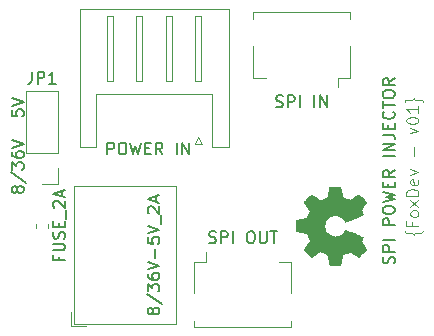
<source format=gbr>
%TF.GenerationSoftware,KiCad,Pcbnew,9.0.3*%
%TF.CreationDate,2025-07-21T23:12:44+12:00*%
%TF.ProjectId,SPI-POWER-INJECTOR,5350492d-504f-4574-9552-2d494e4a4543,rev?*%
%TF.SameCoordinates,Original*%
%TF.FileFunction,Legend,Top*%
%TF.FilePolarity,Positive*%
%FSLAX46Y46*%
G04 Gerber Fmt 4.6, Leading zero omitted, Abs format (unit mm)*
G04 Created by KiCad (PCBNEW 9.0.3) date 2025-07-21 23:12:44*
%MOMM*%
%LPD*%
G01*
G04 APERTURE LIST*
%ADD10C,0.200000*%
%ADD11C,0.150000*%
%ADD12C,0.100000*%
%ADD13C,0.010000*%
%ADD14C,0.120000*%
G04 APERTURE END LIST*
D10*
X167319600Y-97177945D02*
X167367219Y-97035088D01*
X167367219Y-97035088D02*
X167367219Y-96796993D01*
X167367219Y-96796993D02*
X167319600Y-96701755D01*
X167319600Y-96701755D02*
X167271980Y-96654136D01*
X167271980Y-96654136D02*
X167176742Y-96606517D01*
X167176742Y-96606517D02*
X167081504Y-96606517D01*
X167081504Y-96606517D02*
X166986266Y-96654136D01*
X166986266Y-96654136D02*
X166938647Y-96701755D01*
X166938647Y-96701755D02*
X166891028Y-96796993D01*
X166891028Y-96796993D02*
X166843409Y-96987469D01*
X166843409Y-96987469D02*
X166795790Y-97082707D01*
X166795790Y-97082707D02*
X166748171Y-97130326D01*
X166748171Y-97130326D02*
X166652933Y-97177945D01*
X166652933Y-97177945D02*
X166557695Y-97177945D01*
X166557695Y-97177945D02*
X166462457Y-97130326D01*
X166462457Y-97130326D02*
X166414838Y-97082707D01*
X166414838Y-97082707D02*
X166367219Y-96987469D01*
X166367219Y-96987469D02*
X166367219Y-96749374D01*
X166367219Y-96749374D02*
X166414838Y-96606517D01*
X167367219Y-96177945D02*
X166367219Y-96177945D01*
X166367219Y-96177945D02*
X166367219Y-95796993D01*
X166367219Y-95796993D02*
X166414838Y-95701755D01*
X166414838Y-95701755D02*
X166462457Y-95654136D01*
X166462457Y-95654136D02*
X166557695Y-95606517D01*
X166557695Y-95606517D02*
X166700552Y-95606517D01*
X166700552Y-95606517D02*
X166795790Y-95654136D01*
X166795790Y-95654136D02*
X166843409Y-95701755D01*
X166843409Y-95701755D02*
X166891028Y-95796993D01*
X166891028Y-95796993D02*
X166891028Y-96177945D01*
X167367219Y-95177945D02*
X166367219Y-95177945D01*
X167367219Y-93939850D02*
X166367219Y-93939850D01*
X166367219Y-93939850D02*
X166367219Y-93558898D01*
X166367219Y-93558898D02*
X166414838Y-93463660D01*
X166414838Y-93463660D02*
X166462457Y-93416041D01*
X166462457Y-93416041D02*
X166557695Y-93368422D01*
X166557695Y-93368422D02*
X166700552Y-93368422D01*
X166700552Y-93368422D02*
X166795790Y-93416041D01*
X166795790Y-93416041D02*
X166843409Y-93463660D01*
X166843409Y-93463660D02*
X166891028Y-93558898D01*
X166891028Y-93558898D02*
X166891028Y-93939850D01*
X166367219Y-92749374D02*
X166367219Y-92558898D01*
X166367219Y-92558898D02*
X166414838Y-92463660D01*
X166414838Y-92463660D02*
X166510076Y-92368422D01*
X166510076Y-92368422D02*
X166700552Y-92320803D01*
X166700552Y-92320803D02*
X167033885Y-92320803D01*
X167033885Y-92320803D02*
X167224361Y-92368422D01*
X167224361Y-92368422D02*
X167319600Y-92463660D01*
X167319600Y-92463660D02*
X167367219Y-92558898D01*
X167367219Y-92558898D02*
X167367219Y-92749374D01*
X167367219Y-92749374D02*
X167319600Y-92844612D01*
X167319600Y-92844612D02*
X167224361Y-92939850D01*
X167224361Y-92939850D02*
X167033885Y-92987469D01*
X167033885Y-92987469D02*
X166700552Y-92987469D01*
X166700552Y-92987469D02*
X166510076Y-92939850D01*
X166510076Y-92939850D02*
X166414838Y-92844612D01*
X166414838Y-92844612D02*
X166367219Y-92749374D01*
X166367219Y-91987469D02*
X167367219Y-91749374D01*
X167367219Y-91749374D02*
X166652933Y-91558898D01*
X166652933Y-91558898D02*
X167367219Y-91368422D01*
X167367219Y-91368422D02*
X166367219Y-91130327D01*
X166843409Y-90749374D02*
X166843409Y-90416041D01*
X167367219Y-90273184D02*
X167367219Y-90749374D01*
X167367219Y-90749374D02*
X166367219Y-90749374D01*
X166367219Y-90749374D02*
X166367219Y-90273184D01*
X167367219Y-89273184D02*
X166891028Y-89606517D01*
X167367219Y-89844612D02*
X166367219Y-89844612D01*
X166367219Y-89844612D02*
X166367219Y-89463660D01*
X166367219Y-89463660D02*
X166414838Y-89368422D01*
X166414838Y-89368422D02*
X166462457Y-89320803D01*
X166462457Y-89320803D02*
X166557695Y-89273184D01*
X166557695Y-89273184D02*
X166700552Y-89273184D01*
X166700552Y-89273184D02*
X166795790Y-89320803D01*
X166795790Y-89320803D02*
X166843409Y-89368422D01*
X166843409Y-89368422D02*
X166891028Y-89463660D01*
X166891028Y-89463660D02*
X166891028Y-89844612D01*
X167367219Y-88082707D02*
X166367219Y-88082707D01*
X167367219Y-87606517D02*
X166367219Y-87606517D01*
X166367219Y-87606517D02*
X167367219Y-87035089D01*
X167367219Y-87035089D02*
X166367219Y-87035089D01*
X166367219Y-86273184D02*
X167081504Y-86273184D01*
X167081504Y-86273184D02*
X167224361Y-86320803D01*
X167224361Y-86320803D02*
X167319600Y-86416041D01*
X167319600Y-86416041D02*
X167367219Y-86558898D01*
X167367219Y-86558898D02*
X167367219Y-86654136D01*
X166843409Y-85796993D02*
X166843409Y-85463660D01*
X167367219Y-85320803D02*
X167367219Y-85796993D01*
X167367219Y-85796993D02*
X166367219Y-85796993D01*
X166367219Y-85796993D02*
X166367219Y-85320803D01*
X167271980Y-84320803D02*
X167319600Y-84368422D01*
X167319600Y-84368422D02*
X167367219Y-84511279D01*
X167367219Y-84511279D02*
X167367219Y-84606517D01*
X167367219Y-84606517D02*
X167319600Y-84749374D01*
X167319600Y-84749374D02*
X167224361Y-84844612D01*
X167224361Y-84844612D02*
X167129123Y-84892231D01*
X167129123Y-84892231D02*
X166938647Y-84939850D01*
X166938647Y-84939850D02*
X166795790Y-84939850D01*
X166795790Y-84939850D02*
X166605314Y-84892231D01*
X166605314Y-84892231D02*
X166510076Y-84844612D01*
X166510076Y-84844612D02*
X166414838Y-84749374D01*
X166414838Y-84749374D02*
X166367219Y-84606517D01*
X166367219Y-84606517D02*
X166367219Y-84511279D01*
X166367219Y-84511279D02*
X166414838Y-84368422D01*
X166414838Y-84368422D02*
X166462457Y-84320803D01*
X166367219Y-84035088D02*
X166367219Y-83463660D01*
X167367219Y-83749374D02*
X166367219Y-83749374D01*
X166367219Y-82939850D02*
X166367219Y-82749374D01*
X166367219Y-82749374D02*
X166414838Y-82654136D01*
X166414838Y-82654136D02*
X166510076Y-82558898D01*
X166510076Y-82558898D02*
X166700552Y-82511279D01*
X166700552Y-82511279D02*
X167033885Y-82511279D01*
X167033885Y-82511279D02*
X167224361Y-82558898D01*
X167224361Y-82558898D02*
X167319600Y-82654136D01*
X167319600Y-82654136D02*
X167367219Y-82749374D01*
X167367219Y-82749374D02*
X167367219Y-82939850D01*
X167367219Y-82939850D02*
X167319600Y-83035088D01*
X167319600Y-83035088D02*
X167224361Y-83130326D01*
X167224361Y-83130326D02*
X167033885Y-83177945D01*
X167033885Y-83177945D02*
X166700552Y-83177945D01*
X166700552Y-83177945D02*
X166510076Y-83130326D01*
X166510076Y-83130326D02*
X166414838Y-83035088D01*
X166414838Y-83035088D02*
X166367219Y-82939850D01*
X167367219Y-81511279D02*
X166891028Y-81844612D01*
X167367219Y-82082707D02*
X166367219Y-82082707D01*
X166367219Y-82082707D02*
X166367219Y-81701755D01*
X166367219Y-81701755D02*
X166414838Y-81606517D01*
X166414838Y-81606517D02*
X166462457Y-81558898D01*
X166462457Y-81558898D02*
X166557695Y-81511279D01*
X166557695Y-81511279D02*
X166700552Y-81511279D01*
X166700552Y-81511279D02*
X166795790Y-81558898D01*
X166795790Y-81558898D02*
X166843409Y-81606517D01*
X166843409Y-81606517D02*
X166891028Y-81701755D01*
X166891028Y-81701755D02*
X166891028Y-82082707D01*
D11*
X134954819Y-84190476D02*
X134954819Y-84666666D01*
X134954819Y-84666666D02*
X135431009Y-84714285D01*
X135431009Y-84714285D02*
X135383390Y-84666666D01*
X135383390Y-84666666D02*
X135335771Y-84571428D01*
X135335771Y-84571428D02*
X135335771Y-84333333D01*
X135335771Y-84333333D02*
X135383390Y-84238095D01*
X135383390Y-84238095D02*
X135431009Y-84190476D01*
X135431009Y-84190476D02*
X135526247Y-84142857D01*
X135526247Y-84142857D02*
X135764342Y-84142857D01*
X135764342Y-84142857D02*
X135859580Y-84190476D01*
X135859580Y-84190476D02*
X135907200Y-84238095D01*
X135907200Y-84238095D02*
X135954819Y-84333333D01*
X135954819Y-84333333D02*
X135954819Y-84571428D01*
X135954819Y-84571428D02*
X135907200Y-84666666D01*
X135907200Y-84666666D02*
X135859580Y-84714285D01*
X134954819Y-83857142D02*
X135954819Y-83523809D01*
X135954819Y-83523809D02*
X134954819Y-83190476D01*
D12*
X169753371Y-94410401D02*
X169753371Y-94458020D01*
X169753371Y-94458020D02*
X169705752Y-94553258D01*
X169705752Y-94553258D02*
X169610514Y-94600877D01*
X169610514Y-94600877D02*
X169134323Y-94600877D01*
X169134323Y-94600877D02*
X169039085Y-94648496D01*
X169039085Y-94648496D02*
X168991466Y-94743734D01*
X168991466Y-94743734D02*
X168943847Y-94648496D01*
X168943847Y-94648496D02*
X168848609Y-94600877D01*
X168848609Y-94600877D02*
X168372419Y-94600877D01*
X168372419Y-94600877D02*
X168277180Y-94553258D01*
X168277180Y-94553258D02*
X168229561Y-94458020D01*
X168229561Y-94458020D02*
X168229561Y-94410401D01*
X168848609Y-93696115D02*
X168848609Y-94029448D01*
X169372419Y-94029448D02*
X168372419Y-94029448D01*
X168372419Y-94029448D02*
X168372419Y-93553258D01*
X169372419Y-93029448D02*
X169324800Y-93124686D01*
X169324800Y-93124686D02*
X169277180Y-93172305D01*
X169277180Y-93172305D02*
X169181942Y-93219924D01*
X169181942Y-93219924D02*
X168896228Y-93219924D01*
X168896228Y-93219924D02*
X168800990Y-93172305D01*
X168800990Y-93172305D02*
X168753371Y-93124686D01*
X168753371Y-93124686D02*
X168705752Y-93029448D01*
X168705752Y-93029448D02*
X168705752Y-92886591D01*
X168705752Y-92886591D02*
X168753371Y-92791353D01*
X168753371Y-92791353D02*
X168800990Y-92743734D01*
X168800990Y-92743734D02*
X168896228Y-92696115D01*
X168896228Y-92696115D02*
X169181942Y-92696115D01*
X169181942Y-92696115D02*
X169277180Y-92743734D01*
X169277180Y-92743734D02*
X169324800Y-92791353D01*
X169324800Y-92791353D02*
X169372419Y-92886591D01*
X169372419Y-92886591D02*
X169372419Y-93029448D01*
X169372419Y-92362781D02*
X168705752Y-91838972D01*
X168705752Y-92362781D02*
X169372419Y-91838972D01*
X169372419Y-91458019D02*
X168372419Y-91458019D01*
X168372419Y-91458019D02*
X168372419Y-91219924D01*
X168372419Y-91219924D02*
X168420038Y-91077067D01*
X168420038Y-91077067D02*
X168515276Y-90981829D01*
X168515276Y-90981829D02*
X168610514Y-90934210D01*
X168610514Y-90934210D02*
X168800990Y-90886591D01*
X168800990Y-90886591D02*
X168943847Y-90886591D01*
X168943847Y-90886591D02*
X169134323Y-90934210D01*
X169134323Y-90934210D02*
X169229561Y-90981829D01*
X169229561Y-90981829D02*
X169324800Y-91077067D01*
X169324800Y-91077067D02*
X169372419Y-91219924D01*
X169372419Y-91219924D02*
X169372419Y-91458019D01*
X169324800Y-90077067D02*
X169372419Y-90172305D01*
X169372419Y-90172305D02*
X169372419Y-90362781D01*
X169372419Y-90362781D02*
X169324800Y-90458019D01*
X169324800Y-90458019D02*
X169229561Y-90505638D01*
X169229561Y-90505638D02*
X168848609Y-90505638D01*
X168848609Y-90505638D02*
X168753371Y-90458019D01*
X168753371Y-90458019D02*
X168705752Y-90362781D01*
X168705752Y-90362781D02*
X168705752Y-90172305D01*
X168705752Y-90172305D02*
X168753371Y-90077067D01*
X168753371Y-90077067D02*
X168848609Y-90029448D01*
X168848609Y-90029448D02*
X168943847Y-90029448D01*
X168943847Y-90029448D02*
X169039085Y-90505638D01*
X168705752Y-89696114D02*
X169372419Y-89458019D01*
X169372419Y-89458019D02*
X168705752Y-89219924D01*
X168991466Y-88077066D02*
X168991466Y-87315162D01*
X168705752Y-86172304D02*
X169372419Y-85934209D01*
X169372419Y-85934209D02*
X168705752Y-85696114D01*
X168372419Y-85124685D02*
X168372419Y-85029447D01*
X168372419Y-85029447D02*
X168420038Y-84934209D01*
X168420038Y-84934209D02*
X168467657Y-84886590D01*
X168467657Y-84886590D02*
X168562895Y-84838971D01*
X168562895Y-84838971D02*
X168753371Y-84791352D01*
X168753371Y-84791352D02*
X168991466Y-84791352D01*
X168991466Y-84791352D02*
X169181942Y-84838971D01*
X169181942Y-84838971D02*
X169277180Y-84886590D01*
X169277180Y-84886590D02*
X169324800Y-84934209D01*
X169324800Y-84934209D02*
X169372419Y-85029447D01*
X169372419Y-85029447D02*
X169372419Y-85124685D01*
X169372419Y-85124685D02*
X169324800Y-85219923D01*
X169324800Y-85219923D02*
X169277180Y-85267542D01*
X169277180Y-85267542D02*
X169181942Y-85315161D01*
X169181942Y-85315161D02*
X168991466Y-85362780D01*
X168991466Y-85362780D02*
X168753371Y-85362780D01*
X168753371Y-85362780D02*
X168562895Y-85315161D01*
X168562895Y-85315161D02*
X168467657Y-85267542D01*
X168467657Y-85267542D02*
X168420038Y-85219923D01*
X168420038Y-85219923D02*
X168372419Y-85124685D01*
X169372419Y-83838971D02*
X169372419Y-84410399D01*
X169372419Y-84124685D02*
X168372419Y-84124685D01*
X168372419Y-84124685D02*
X168515276Y-84219923D01*
X168515276Y-84219923D02*
X168610514Y-84315161D01*
X168610514Y-84315161D02*
X168658133Y-84410399D01*
X169753371Y-83505637D02*
X169753371Y-83458018D01*
X169753371Y-83458018D02*
X169705752Y-83362780D01*
X169705752Y-83362780D02*
X169610514Y-83315161D01*
X169610514Y-83315161D02*
X169134323Y-83315161D01*
X169134323Y-83315161D02*
X169039085Y-83267542D01*
X169039085Y-83267542D02*
X168991466Y-83172304D01*
X168991466Y-83172304D02*
X168943847Y-83267542D01*
X168943847Y-83267542D02*
X168848609Y-83315161D01*
X168848609Y-83315161D02*
X168372419Y-83315161D01*
X168372419Y-83315161D02*
X168277180Y-83362780D01*
X168277180Y-83362780D02*
X168229561Y-83458018D01*
X168229561Y-83458018D02*
X168229561Y-83505637D01*
D11*
X135383390Y-90999999D02*
X135335771Y-91095237D01*
X135335771Y-91095237D02*
X135288152Y-91142856D01*
X135288152Y-91142856D02*
X135192914Y-91190475D01*
X135192914Y-91190475D02*
X135145295Y-91190475D01*
X135145295Y-91190475D02*
X135050057Y-91142856D01*
X135050057Y-91142856D02*
X135002438Y-91095237D01*
X135002438Y-91095237D02*
X134954819Y-90999999D01*
X134954819Y-90999999D02*
X134954819Y-90809523D01*
X134954819Y-90809523D02*
X135002438Y-90714285D01*
X135002438Y-90714285D02*
X135050057Y-90666666D01*
X135050057Y-90666666D02*
X135145295Y-90619047D01*
X135145295Y-90619047D02*
X135192914Y-90619047D01*
X135192914Y-90619047D02*
X135288152Y-90666666D01*
X135288152Y-90666666D02*
X135335771Y-90714285D01*
X135335771Y-90714285D02*
X135383390Y-90809523D01*
X135383390Y-90809523D02*
X135383390Y-90999999D01*
X135383390Y-90999999D02*
X135431009Y-91095237D01*
X135431009Y-91095237D02*
X135478628Y-91142856D01*
X135478628Y-91142856D02*
X135573866Y-91190475D01*
X135573866Y-91190475D02*
X135764342Y-91190475D01*
X135764342Y-91190475D02*
X135859580Y-91142856D01*
X135859580Y-91142856D02*
X135907200Y-91095237D01*
X135907200Y-91095237D02*
X135954819Y-90999999D01*
X135954819Y-90999999D02*
X135954819Y-90809523D01*
X135954819Y-90809523D02*
X135907200Y-90714285D01*
X135907200Y-90714285D02*
X135859580Y-90666666D01*
X135859580Y-90666666D02*
X135764342Y-90619047D01*
X135764342Y-90619047D02*
X135573866Y-90619047D01*
X135573866Y-90619047D02*
X135478628Y-90666666D01*
X135478628Y-90666666D02*
X135431009Y-90714285D01*
X135431009Y-90714285D02*
X135383390Y-90809523D01*
X134907200Y-89476190D02*
X136192914Y-90333332D01*
X134954819Y-89238094D02*
X134954819Y-88619047D01*
X134954819Y-88619047D02*
X135335771Y-88952380D01*
X135335771Y-88952380D02*
X135335771Y-88809523D01*
X135335771Y-88809523D02*
X135383390Y-88714285D01*
X135383390Y-88714285D02*
X135431009Y-88666666D01*
X135431009Y-88666666D02*
X135526247Y-88619047D01*
X135526247Y-88619047D02*
X135764342Y-88619047D01*
X135764342Y-88619047D02*
X135859580Y-88666666D01*
X135859580Y-88666666D02*
X135907200Y-88714285D01*
X135907200Y-88714285D02*
X135954819Y-88809523D01*
X135954819Y-88809523D02*
X135954819Y-89095237D01*
X135954819Y-89095237D02*
X135907200Y-89190475D01*
X135907200Y-89190475D02*
X135859580Y-89238094D01*
X134954819Y-87761904D02*
X134954819Y-87952380D01*
X134954819Y-87952380D02*
X135002438Y-88047618D01*
X135002438Y-88047618D02*
X135050057Y-88095237D01*
X135050057Y-88095237D02*
X135192914Y-88190475D01*
X135192914Y-88190475D02*
X135383390Y-88238094D01*
X135383390Y-88238094D02*
X135764342Y-88238094D01*
X135764342Y-88238094D02*
X135859580Y-88190475D01*
X135859580Y-88190475D02*
X135907200Y-88142856D01*
X135907200Y-88142856D02*
X135954819Y-88047618D01*
X135954819Y-88047618D02*
X135954819Y-87857142D01*
X135954819Y-87857142D02*
X135907200Y-87761904D01*
X135907200Y-87761904D02*
X135859580Y-87714285D01*
X135859580Y-87714285D02*
X135764342Y-87666666D01*
X135764342Y-87666666D02*
X135526247Y-87666666D01*
X135526247Y-87666666D02*
X135431009Y-87714285D01*
X135431009Y-87714285D02*
X135383390Y-87761904D01*
X135383390Y-87761904D02*
X135335771Y-87857142D01*
X135335771Y-87857142D02*
X135335771Y-88047618D01*
X135335771Y-88047618D02*
X135383390Y-88142856D01*
X135383390Y-88142856D02*
X135431009Y-88190475D01*
X135431009Y-88190475D02*
X135526247Y-88238094D01*
X134954819Y-87380951D02*
X135954819Y-87047618D01*
X135954819Y-87047618D02*
X134954819Y-86714285D01*
X151666667Y-95407200D02*
X151809524Y-95454819D01*
X151809524Y-95454819D02*
X152047619Y-95454819D01*
X152047619Y-95454819D02*
X152142857Y-95407200D01*
X152142857Y-95407200D02*
X152190476Y-95359580D01*
X152190476Y-95359580D02*
X152238095Y-95264342D01*
X152238095Y-95264342D02*
X152238095Y-95169104D01*
X152238095Y-95169104D02*
X152190476Y-95073866D01*
X152190476Y-95073866D02*
X152142857Y-95026247D01*
X152142857Y-95026247D02*
X152047619Y-94978628D01*
X152047619Y-94978628D02*
X151857143Y-94931009D01*
X151857143Y-94931009D02*
X151761905Y-94883390D01*
X151761905Y-94883390D02*
X151714286Y-94835771D01*
X151714286Y-94835771D02*
X151666667Y-94740533D01*
X151666667Y-94740533D02*
X151666667Y-94645295D01*
X151666667Y-94645295D02*
X151714286Y-94550057D01*
X151714286Y-94550057D02*
X151761905Y-94502438D01*
X151761905Y-94502438D02*
X151857143Y-94454819D01*
X151857143Y-94454819D02*
X152095238Y-94454819D01*
X152095238Y-94454819D02*
X152238095Y-94502438D01*
X152666667Y-95454819D02*
X152666667Y-94454819D01*
X152666667Y-94454819D02*
X153047619Y-94454819D01*
X153047619Y-94454819D02*
X153142857Y-94502438D01*
X153142857Y-94502438D02*
X153190476Y-94550057D01*
X153190476Y-94550057D02*
X153238095Y-94645295D01*
X153238095Y-94645295D02*
X153238095Y-94788152D01*
X153238095Y-94788152D02*
X153190476Y-94883390D01*
X153190476Y-94883390D02*
X153142857Y-94931009D01*
X153142857Y-94931009D02*
X153047619Y-94978628D01*
X153047619Y-94978628D02*
X152666667Y-94978628D01*
X153666667Y-95454819D02*
X153666667Y-94454819D01*
X155095238Y-94454819D02*
X155285714Y-94454819D01*
X155285714Y-94454819D02*
X155380952Y-94502438D01*
X155380952Y-94502438D02*
X155476190Y-94597676D01*
X155476190Y-94597676D02*
X155523809Y-94788152D01*
X155523809Y-94788152D02*
X155523809Y-95121485D01*
X155523809Y-95121485D02*
X155476190Y-95311961D01*
X155476190Y-95311961D02*
X155380952Y-95407200D01*
X155380952Y-95407200D02*
X155285714Y-95454819D01*
X155285714Y-95454819D02*
X155095238Y-95454819D01*
X155095238Y-95454819D02*
X155000000Y-95407200D01*
X155000000Y-95407200D02*
X154904762Y-95311961D01*
X154904762Y-95311961D02*
X154857143Y-95121485D01*
X154857143Y-95121485D02*
X154857143Y-94788152D01*
X154857143Y-94788152D02*
X154904762Y-94597676D01*
X154904762Y-94597676D02*
X155000000Y-94502438D01*
X155000000Y-94502438D02*
X155095238Y-94454819D01*
X155952381Y-94454819D02*
X155952381Y-95264342D01*
X155952381Y-95264342D02*
X156000000Y-95359580D01*
X156000000Y-95359580D02*
X156047619Y-95407200D01*
X156047619Y-95407200D02*
X156142857Y-95454819D01*
X156142857Y-95454819D02*
X156333333Y-95454819D01*
X156333333Y-95454819D02*
X156428571Y-95407200D01*
X156428571Y-95407200D02*
X156476190Y-95359580D01*
X156476190Y-95359580D02*
X156523809Y-95264342D01*
X156523809Y-95264342D02*
X156523809Y-94454819D01*
X156857143Y-94454819D02*
X157428571Y-94454819D01*
X157142857Y-95454819D02*
X157142857Y-94454819D01*
X157333334Y-83907200D02*
X157476191Y-83954819D01*
X157476191Y-83954819D02*
X157714286Y-83954819D01*
X157714286Y-83954819D02*
X157809524Y-83907200D01*
X157809524Y-83907200D02*
X157857143Y-83859580D01*
X157857143Y-83859580D02*
X157904762Y-83764342D01*
X157904762Y-83764342D02*
X157904762Y-83669104D01*
X157904762Y-83669104D02*
X157857143Y-83573866D01*
X157857143Y-83573866D02*
X157809524Y-83526247D01*
X157809524Y-83526247D02*
X157714286Y-83478628D01*
X157714286Y-83478628D02*
X157523810Y-83431009D01*
X157523810Y-83431009D02*
X157428572Y-83383390D01*
X157428572Y-83383390D02*
X157380953Y-83335771D01*
X157380953Y-83335771D02*
X157333334Y-83240533D01*
X157333334Y-83240533D02*
X157333334Y-83145295D01*
X157333334Y-83145295D02*
X157380953Y-83050057D01*
X157380953Y-83050057D02*
X157428572Y-83002438D01*
X157428572Y-83002438D02*
X157523810Y-82954819D01*
X157523810Y-82954819D02*
X157761905Y-82954819D01*
X157761905Y-82954819D02*
X157904762Y-83002438D01*
X158333334Y-83954819D02*
X158333334Y-82954819D01*
X158333334Y-82954819D02*
X158714286Y-82954819D01*
X158714286Y-82954819D02*
X158809524Y-83002438D01*
X158809524Y-83002438D02*
X158857143Y-83050057D01*
X158857143Y-83050057D02*
X158904762Y-83145295D01*
X158904762Y-83145295D02*
X158904762Y-83288152D01*
X158904762Y-83288152D02*
X158857143Y-83383390D01*
X158857143Y-83383390D02*
X158809524Y-83431009D01*
X158809524Y-83431009D02*
X158714286Y-83478628D01*
X158714286Y-83478628D02*
X158333334Y-83478628D01*
X159333334Y-83954819D02*
X159333334Y-82954819D01*
X160571429Y-83954819D02*
X160571429Y-82954819D01*
X161047619Y-83954819D02*
X161047619Y-82954819D01*
X161047619Y-82954819D02*
X161619047Y-83954819D01*
X161619047Y-83954819D02*
X161619047Y-82954819D01*
X138931009Y-96595238D02*
X138931009Y-96928571D01*
X139454819Y-96928571D02*
X138454819Y-96928571D01*
X138454819Y-96928571D02*
X138454819Y-96452381D01*
X138454819Y-96071428D02*
X139264342Y-96071428D01*
X139264342Y-96071428D02*
X139359580Y-96023809D01*
X139359580Y-96023809D02*
X139407200Y-95976190D01*
X139407200Y-95976190D02*
X139454819Y-95880952D01*
X139454819Y-95880952D02*
X139454819Y-95690476D01*
X139454819Y-95690476D02*
X139407200Y-95595238D01*
X139407200Y-95595238D02*
X139359580Y-95547619D01*
X139359580Y-95547619D02*
X139264342Y-95500000D01*
X139264342Y-95500000D02*
X138454819Y-95500000D01*
X139407200Y-95071428D02*
X139454819Y-94928571D01*
X139454819Y-94928571D02*
X139454819Y-94690476D01*
X139454819Y-94690476D02*
X139407200Y-94595238D01*
X139407200Y-94595238D02*
X139359580Y-94547619D01*
X139359580Y-94547619D02*
X139264342Y-94500000D01*
X139264342Y-94500000D02*
X139169104Y-94500000D01*
X139169104Y-94500000D02*
X139073866Y-94547619D01*
X139073866Y-94547619D02*
X139026247Y-94595238D01*
X139026247Y-94595238D02*
X138978628Y-94690476D01*
X138978628Y-94690476D02*
X138931009Y-94880952D01*
X138931009Y-94880952D02*
X138883390Y-94976190D01*
X138883390Y-94976190D02*
X138835771Y-95023809D01*
X138835771Y-95023809D02*
X138740533Y-95071428D01*
X138740533Y-95071428D02*
X138645295Y-95071428D01*
X138645295Y-95071428D02*
X138550057Y-95023809D01*
X138550057Y-95023809D02*
X138502438Y-94976190D01*
X138502438Y-94976190D02*
X138454819Y-94880952D01*
X138454819Y-94880952D02*
X138454819Y-94642857D01*
X138454819Y-94642857D02*
X138502438Y-94500000D01*
X138931009Y-94071428D02*
X138931009Y-93738095D01*
X139454819Y-93595238D02*
X139454819Y-94071428D01*
X139454819Y-94071428D02*
X138454819Y-94071428D01*
X138454819Y-94071428D02*
X138454819Y-93595238D01*
X139550057Y-93404762D02*
X139550057Y-92642857D01*
X138550057Y-92452380D02*
X138502438Y-92404761D01*
X138502438Y-92404761D02*
X138454819Y-92309523D01*
X138454819Y-92309523D02*
X138454819Y-92071428D01*
X138454819Y-92071428D02*
X138502438Y-91976190D01*
X138502438Y-91976190D02*
X138550057Y-91928571D01*
X138550057Y-91928571D02*
X138645295Y-91880952D01*
X138645295Y-91880952D02*
X138740533Y-91880952D01*
X138740533Y-91880952D02*
X138883390Y-91928571D01*
X138883390Y-91928571D02*
X139454819Y-92499999D01*
X139454819Y-92499999D02*
X139454819Y-91880952D01*
X139169104Y-91499999D02*
X139169104Y-91023809D01*
X139454819Y-91595237D02*
X138454819Y-91261904D01*
X138454819Y-91261904D02*
X139454819Y-90928571D01*
X143047619Y-87954819D02*
X143047619Y-86954819D01*
X143047619Y-86954819D02*
X143428571Y-86954819D01*
X143428571Y-86954819D02*
X143523809Y-87002438D01*
X143523809Y-87002438D02*
X143571428Y-87050057D01*
X143571428Y-87050057D02*
X143619047Y-87145295D01*
X143619047Y-87145295D02*
X143619047Y-87288152D01*
X143619047Y-87288152D02*
X143571428Y-87383390D01*
X143571428Y-87383390D02*
X143523809Y-87431009D01*
X143523809Y-87431009D02*
X143428571Y-87478628D01*
X143428571Y-87478628D02*
X143047619Y-87478628D01*
X144238095Y-86954819D02*
X144428571Y-86954819D01*
X144428571Y-86954819D02*
X144523809Y-87002438D01*
X144523809Y-87002438D02*
X144619047Y-87097676D01*
X144619047Y-87097676D02*
X144666666Y-87288152D01*
X144666666Y-87288152D02*
X144666666Y-87621485D01*
X144666666Y-87621485D02*
X144619047Y-87811961D01*
X144619047Y-87811961D02*
X144523809Y-87907200D01*
X144523809Y-87907200D02*
X144428571Y-87954819D01*
X144428571Y-87954819D02*
X144238095Y-87954819D01*
X144238095Y-87954819D02*
X144142857Y-87907200D01*
X144142857Y-87907200D02*
X144047619Y-87811961D01*
X144047619Y-87811961D02*
X144000000Y-87621485D01*
X144000000Y-87621485D02*
X144000000Y-87288152D01*
X144000000Y-87288152D02*
X144047619Y-87097676D01*
X144047619Y-87097676D02*
X144142857Y-87002438D01*
X144142857Y-87002438D02*
X144238095Y-86954819D01*
X145000000Y-86954819D02*
X145238095Y-87954819D01*
X145238095Y-87954819D02*
X145428571Y-87240533D01*
X145428571Y-87240533D02*
X145619047Y-87954819D01*
X145619047Y-87954819D02*
X145857143Y-86954819D01*
X146238095Y-87431009D02*
X146571428Y-87431009D01*
X146714285Y-87954819D02*
X146238095Y-87954819D01*
X146238095Y-87954819D02*
X146238095Y-86954819D01*
X146238095Y-86954819D02*
X146714285Y-86954819D01*
X147714285Y-87954819D02*
X147380952Y-87478628D01*
X147142857Y-87954819D02*
X147142857Y-86954819D01*
X147142857Y-86954819D02*
X147523809Y-86954819D01*
X147523809Y-86954819D02*
X147619047Y-87002438D01*
X147619047Y-87002438D02*
X147666666Y-87050057D01*
X147666666Y-87050057D02*
X147714285Y-87145295D01*
X147714285Y-87145295D02*
X147714285Y-87288152D01*
X147714285Y-87288152D02*
X147666666Y-87383390D01*
X147666666Y-87383390D02*
X147619047Y-87431009D01*
X147619047Y-87431009D02*
X147523809Y-87478628D01*
X147523809Y-87478628D02*
X147142857Y-87478628D01*
X148904762Y-87954819D02*
X148904762Y-86954819D01*
X149380952Y-87954819D02*
X149380952Y-86954819D01*
X149380952Y-86954819D02*
X149952380Y-87954819D01*
X149952380Y-87954819D02*
X149952380Y-86954819D01*
X146883390Y-101309523D02*
X146835771Y-101404761D01*
X146835771Y-101404761D02*
X146788152Y-101452380D01*
X146788152Y-101452380D02*
X146692914Y-101499999D01*
X146692914Y-101499999D02*
X146645295Y-101499999D01*
X146645295Y-101499999D02*
X146550057Y-101452380D01*
X146550057Y-101452380D02*
X146502438Y-101404761D01*
X146502438Y-101404761D02*
X146454819Y-101309523D01*
X146454819Y-101309523D02*
X146454819Y-101119047D01*
X146454819Y-101119047D02*
X146502438Y-101023809D01*
X146502438Y-101023809D02*
X146550057Y-100976190D01*
X146550057Y-100976190D02*
X146645295Y-100928571D01*
X146645295Y-100928571D02*
X146692914Y-100928571D01*
X146692914Y-100928571D02*
X146788152Y-100976190D01*
X146788152Y-100976190D02*
X146835771Y-101023809D01*
X146835771Y-101023809D02*
X146883390Y-101119047D01*
X146883390Y-101119047D02*
X146883390Y-101309523D01*
X146883390Y-101309523D02*
X146931009Y-101404761D01*
X146931009Y-101404761D02*
X146978628Y-101452380D01*
X146978628Y-101452380D02*
X147073866Y-101499999D01*
X147073866Y-101499999D02*
X147264342Y-101499999D01*
X147264342Y-101499999D02*
X147359580Y-101452380D01*
X147359580Y-101452380D02*
X147407200Y-101404761D01*
X147407200Y-101404761D02*
X147454819Y-101309523D01*
X147454819Y-101309523D02*
X147454819Y-101119047D01*
X147454819Y-101119047D02*
X147407200Y-101023809D01*
X147407200Y-101023809D02*
X147359580Y-100976190D01*
X147359580Y-100976190D02*
X147264342Y-100928571D01*
X147264342Y-100928571D02*
X147073866Y-100928571D01*
X147073866Y-100928571D02*
X146978628Y-100976190D01*
X146978628Y-100976190D02*
X146931009Y-101023809D01*
X146931009Y-101023809D02*
X146883390Y-101119047D01*
X146407200Y-99785714D02*
X147692914Y-100642856D01*
X146454819Y-99547618D02*
X146454819Y-98928571D01*
X146454819Y-98928571D02*
X146835771Y-99261904D01*
X146835771Y-99261904D02*
X146835771Y-99119047D01*
X146835771Y-99119047D02*
X146883390Y-99023809D01*
X146883390Y-99023809D02*
X146931009Y-98976190D01*
X146931009Y-98976190D02*
X147026247Y-98928571D01*
X147026247Y-98928571D02*
X147264342Y-98928571D01*
X147264342Y-98928571D02*
X147359580Y-98976190D01*
X147359580Y-98976190D02*
X147407200Y-99023809D01*
X147407200Y-99023809D02*
X147454819Y-99119047D01*
X147454819Y-99119047D02*
X147454819Y-99404761D01*
X147454819Y-99404761D02*
X147407200Y-99499999D01*
X147407200Y-99499999D02*
X147359580Y-99547618D01*
X146454819Y-98071428D02*
X146454819Y-98261904D01*
X146454819Y-98261904D02*
X146502438Y-98357142D01*
X146502438Y-98357142D02*
X146550057Y-98404761D01*
X146550057Y-98404761D02*
X146692914Y-98499999D01*
X146692914Y-98499999D02*
X146883390Y-98547618D01*
X146883390Y-98547618D02*
X147264342Y-98547618D01*
X147264342Y-98547618D02*
X147359580Y-98499999D01*
X147359580Y-98499999D02*
X147407200Y-98452380D01*
X147407200Y-98452380D02*
X147454819Y-98357142D01*
X147454819Y-98357142D02*
X147454819Y-98166666D01*
X147454819Y-98166666D02*
X147407200Y-98071428D01*
X147407200Y-98071428D02*
X147359580Y-98023809D01*
X147359580Y-98023809D02*
X147264342Y-97976190D01*
X147264342Y-97976190D02*
X147026247Y-97976190D01*
X147026247Y-97976190D02*
X146931009Y-98023809D01*
X146931009Y-98023809D02*
X146883390Y-98071428D01*
X146883390Y-98071428D02*
X146835771Y-98166666D01*
X146835771Y-98166666D02*
X146835771Y-98357142D01*
X146835771Y-98357142D02*
X146883390Y-98452380D01*
X146883390Y-98452380D02*
X146931009Y-98499999D01*
X146931009Y-98499999D02*
X147026247Y-98547618D01*
X146454819Y-97690475D02*
X147454819Y-97357142D01*
X147454819Y-97357142D02*
X146454819Y-97023809D01*
X147073866Y-96690475D02*
X147073866Y-95928571D01*
X146454819Y-94976190D02*
X146454819Y-95452380D01*
X146454819Y-95452380D02*
X146931009Y-95499999D01*
X146931009Y-95499999D02*
X146883390Y-95452380D01*
X146883390Y-95452380D02*
X146835771Y-95357142D01*
X146835771Y-95357142D02*
X146835771Y-95119047D01*
X146835771Y-95119047D02*
X146883390Y-95023809D01*
X146883390Y-95023809D02*
X146931009Y-94976190D01*
X146931009Y-94976190D02*
X147026247Y-94928571D01*
X147026247Y-94928571D02*
X147264342Y-94928571D01*
X147264342Y-94928571D02*
X147359580Y-94976190D01*
X147359580Y-94976190D02*
X147407200Y-95023809D01*
X147407200Y-95023809D02*
X147454819Y-95119047D01*
X147454819Y-95119047D02*
X147454819Y-95357142D01*
X147454819Y-95357142D02*
X147407200Y-95452380D01*
X147407200Y-95452380D02*
X147359580Y-95499999D01*
X146454819Y-94642856D02*
X147454819Y-94309523D01*
X147454819Y-94309523D02*
X146454819Y-93976190D01*
X147550057Y-93880952D02*
X147550057Y-93119047D01*
X146550057Y-92928570D02*
X146502438Y-92880951D01*
X146502438Y-92880951D02*
X146454819Y-92785713D01*
X146454819Y-92785713D02*
X146454819Y-92547618D01*
X146454819Y-92547618D02*
X146502438Y-92452380D01*
X146502438Y-92452380D02*
X146550057Y-92404761D01*
X146550057Y-92404761D02*
X146645295Y-92357142D01*
X146645295Y-92357142D02*
X146740533Y-92357142D01*
X146740533Y-92357142D02*
X146883390Y-92404761D01*
X146883390Y-92404761D02*
X147454819Y-92976189D01*
X147454819Y-92976189D02*
X147454819Y-92357142D01*
X147169104Y-91976189D02*
X147169104Y-91499999D01*
X147454819Y-92071427D02*
X146454819Y-91738094D01*
X146454819Y-91738094D02*
X147454819Y-91404761D01*
X136666666Y-80954819D02*
X136666666Y-81669104D01*
X136666666Y-81669104D02*
X136619047Y-81811961D01*
X136619047Y-81811961D02*
X136523809Y-81907200D01*
X136523809Y-81907200D02*
X136380952Y-81954819D01*
X136380952Y-81954819D02*
X136285714Y-81954819D01*
X137142857Y-81954819D02*
X137142857Y-80954819D01*
X137142857Y-80954819D02*
X137523809Y-80954819D01*
X137523809Y-80954819D02*
X137619047Y-81002438D01*
X137619047Y-81002438D02*
X137666666Y-81050057D01*
X137666666Y-81050057D02*
X137714285Y-81145295D01*
X137714285Y-81145295D02*
X137714285Y-81288152D01*
X137714285Y-81288152D02*
X137666666Y-81383390D01*
X137666666Y-81383390D02*
X137619047Y-81431009D01*
X137619047Y-81431009D02*
X137523809Y-81478628D01*
X137523809Y-81478628D02*
X137142857Y-81478628D01*
X138666666Y-81954819D02*
X138095238Y-81954819D01*
X138380952Y-81954819D02*
X138380952Y-80954819D01*
X138380952Y-80954819D02*
X138285714Y-81097676D01*
X138285714Y-81097676D02*
X138190476Y-81192914D01*
X138190476Y-81192914D02*
X138095238Y-81240533D01*
D13*
%TO.C,REF\u002A\u002A*%
X162445135Y-90680673D02*
X162548868Y-90683410D01*
X162638241Y-90687669D01*
X162706826Y-90693445D01*
X162748197Y-90700733D01*
X162756810Y-90705105D01*
X162767133Y-90731236D01*
X162781892Y-90786607D01*
X162799352Y-90863893D01*
X162817780Y-90955770D01*
X162823741Y-90987842D01*
X162852066Y-91142476D01*
X162874876Y-91264625D01*
X162893080Y-91358327D01*
X162907583Y-91427616D01*
X162919292Y-91476529D01*
X162929115Y-91509103D01*
X162937956Y-91529372D01*
X162946724Y-91541374D01*
X162948457Y-91543053D01*
X162976371Y-91559816D01*
X163030695Y-91585386D01*
X163104777Y-91617212D01*
X163191965Y-91652740D01*
X163285608Y-91689417D01*
X163379052Y-91724689D01*
X163465647Y-91756004D01*
X163538740Y-91780807D01*
X163591678Y-91796546D01*
X163617811Y-91800668D01*
X163618726Y-91800324D01*
X163640086Y-91786359D01*
X163687084Y-91754678D01*
X163754827Y-91708609D01*
X163838423Y-91651482D01*
X163932982Y-91586627D01*
X163959854Y-91568157D01*
X164057275Y-91502301D01*
X164146163Y-91444350D01*
X164221412Y-91397462D01*
X164277920Y-91364793D01*
X164310581Y-91349500D01*
X164314593Y-91348759D01*
X164335684Y-91361608D01*
X164377464Y-91397112D01*
X164435445Y-91450707D01*
X164505135Y-91517829D01*
X164582045Y-91593913D01*
X164661683Y-91674396D01*
X164739561Y-91754713D01*
X164811186Y-91830301D01*
X164872070Y-91896595D01*
X164917721Y-91949031D01*
X164943650Y-91983045D01*
X164947883Y-91992455D01*
X164937912Y-92014357D01*
X164911020Y-92059200D01*
X164871736Y-92119679D01*
X164840117Y-92166211D01*
X164782098Y-92250525D01*
X164713784Y-92350374D01*
X164645579Y-92450527D01*
X164609075Y-92504373D01*
X164485800Y-92686629D01*
X164568520Y-92839619D01*
X164604759Y-92909318D01*
X164632926Y-92968586D01*
X164648991Y-93008689D01*
X164651226Y-93018897D01*
X164634722Y-93031171D01*
X164588082Y-93055387D01*
X164515609Y-93089737D01*
X164421606Y-93132412D01*
X164310374Y-93181606D01*
X164186215Y-93235510D01*
X164053432Y-93292316D01*
X163916327Y-93350218D01*
X163779202Y-93407407D01*
X163646358Y-93462076D01*
X163522098Y-93512416D01*
X163410725Y-93556620D01*
X163316539Y-93592881D01*
X163243844Y-93619391D01*
X163196941Y-93634342D01*
X163180833Y-93636746D01*
X163160286Y-93617689D01*
X163126933Y-93575964D01*
X163087702Y-93520294D01*
X163084599Y-93515622D01*
X162969423Y-93371736D01*
X162835053Y-93255717D01*
X162685784Y-93168570D01*
X162525913Y-93111301D01*
X162359737Y-93084914D01*
X162191552Y-93090415D01*
X162025655Y-93128810D01*
X161866342Y-93201105D01*
X161831487Y-93222374D01*
X161690737Y-93333004D01*
X161577714Y-93463698D01*
X161493003Y-93609936D01*
X161437194Y-93767192D01*
X161410874Y-93930943D01*
X161414630Y-94096667D01*
X161449050Y-94259838D01*
X161514723Y-94415935D01*
X161612235Y-94560433D01*
X161651813Y-94605131D01*
X161775703Y-94718888D01*
X161906124Y-94801782D01*
X162052315Y-94858644D01*
X162197088Y-94890313D01*
X162359860Y-94898131D01*
X162523440Y-94872062D01*
X162682298Y-94814755D01*
X162830906Y-94728856D01*
X162963735Y-94617014D01*
X163075256Y-94481877D01*
X163087011Y-94464117D01*
X163125508Y-94407850D01*
X163158863Y-94365077D01*
X163180160Y-94344628D01*
X163180833Y-94344331D01*
X163203871Y-94348721D01*
X163256157Y-94366124D01*
X163333390Y-94394732D01*
X163431268Y-94432735D01*
X163545491Y-94478326D01*
X163671758Y-94529697D01*
X163805767Y-94585038D01*
X163943218Y-94642542D01*
X164079808Y-94700399D01*
X164211237Y-94756802D01*
X164333205Y-94809942D01*
X164441409Y-94858010D01*
X164531549Y-94899199D01*
X164599323Y-94931699D01*
X164640430Y-94953703D01*
X164651226Y-94962564D01*
X164642819Y-94989640D01*
X164620272Y-95040303D01*
X164587613Y-95105817D01*
X164568520Y-95141841D01*
X164485800Y-95294832D01*
X164609075Y-95477088D01*
X164672228Y-95570125D01*
X164741727Y-95671985D01*
X164807165Y-95767438D01*
X164840117Y-95815250D01*
X164885273Y-95882495D01*
X164921057Y-95939436D01*
X164942938Y-95978646D01*
X164947563Y-95991381D01*
X164935085Y-96009917D01*
X164900252Y-96050941D01*
X164846678Y-96110475D01*
X164777983Y-96184542D01*
X164697781Y-96269165D01*
X164646286Y-96322685D01*
X164554286Y-96416319D01*
X164471999Y-96497241D01*
X164402945Y-96562177D01*
X164350644Y-96607858D01*
X164318616Y-96631011D01*
X164312116Y-96633232D01*
X164287394Y-96622924D01*
X164237405Y-96594439D01*
X164167212Y-96550937D01*
X164081875Y-96495577D01*
X163986456Y-96431520D01*
X163959854Y-96413303D01*
X163863167Y-96346927D01*
X163776117Y-96287378D01*
X163703595Y-96237984D01*
X163650493Y-96202075D01*
X163621703Y-96182981D01*
X163618726Y-96181136D01*
X163595782Y-96183895D01*
X163545336Y-96198538D01*
X163474041Y-96222513D01*
X163388547Y-96253266D01*
X163295507Y-96288244D01*
X163201574Y-96324893D01*
X163113399Y-96360661D01*
X163037634Y-96392994D01*
X162980931Y-96419338D01*
X162949943Y-96437142D01*
X162948457Y-96438407D01*
X162939601Y-96449294D01*
X162930843Y-96467682D01*
X162921277Y-96497606D01*
X162909996Y-96543103D01*
X162896093Y-96608209D01*
X162878663Y-96696961D01*
X162856798Y-96813393D01*
X162829591Y-96961542D01*
X162823741Y-96993618D01*
X162805374Y-97088686D01*
X162787405Y-97171565D01*
X162771569Y-97234930D01*
X162759600Y-97271458D01*
X162756810Y-97276356D01*
X162732072Y-97284427D01*
X162676790Y-97290987D01*
X162597389Y-97296033D01*
X162500296Y-97299559D01*
X162391938Y-97301561D01*
X162278740Y-97302036D01*
X162167128Y-97300977D01*
X162063529Y-97298382D01*
X161974368Y-97294246D01*
X161906072Y-97288563D01*
X161865066Y-97281331D01*
X161856674Y-97276971D01*
X161848208Y-97252698D01*
X161834435Y-97197426D01*
X161816550Y-97116662D01*
X161795748Y-97015912D01*
X161773223Y-96900683D01*
X161761418Y-96837902D01*
X161739151Y-96718787D01*
X161718979Y-96612565D01*
X161701915Y-96524427D01*
X161688969Y-96459566D01*
X161681155Y-96423174D01*
X161679422Y-96417184D01*
X161659890Y-96407061D01*
X161612843Y-96385662D01*
X161545003Y-96355839D01*
X161463091Y-96320445D01*
X161373828Y-96282332D01*
X161283935Y-96244353D01*
X161200135Y-96209360D01*
X161129147Y-96180206D01*
X161077694Y-96159743D01*
X161052497Y-96150823D01*
X161051396Y-96150657D01*
X161031519Y-96160769D01*
X160985777Y-96189117D01*
X160918717Y-96232723D01*
X160834884Y-96288606D01*
X160738826Y-96353787D01*
X160683650Y-96391679D01*
X160582481Y-96460725D01*
X160490630Y-96522050D01*
X160412744Y-96572663D01*
X160353469Y-96609571D01*
X160317451Y-96629782D01*
X160309377Y-96632701D01*
X160290584Y-96620153D01*
X160250457Y-96585463D01*
X160193493Y-96533063D01*
X160124185Y-96467384D01*
X160047031Y-96392856D01*
X159966525Y-96313913D01*
X159887163Y-96234983D01*
X159813440Y-96160500D01*
X159749852Y-96094894D01*
X159700894Y-96042596D01*
X159671061Y-96008039D01*
X159663942Y-95996478D01*
X159673953Y-95977654D01*
X159702078Y-95932631D01*
X159745454Y-95865787D01*
X159801218Y-95781499D01*
X159866506Y-95684144D01*
X159916246Y-95610707D01*
X160168551Y-95239667D01*
X159913555Y-94621095D01*
X159468931Y-94537275D01*
X159024307Y-94453454D01*
X159024307Y-93528006D01*
X159468931Y-93444186D01*
X159913555Y-93360365D01*
X160041053Y-93051080D01*
X160168551Y-92741794D01*
X159916246Y-92370754D01*
X159845996Y-92266843D01*
X159783272Y-92172913D01*
X159730938Y-92093348D01*
X159691857Y-92032530D01*
X159668893Y-91994843D01*
X159663942Y-91984579D01*
X159676676Y-91966090D01*
X159711882Y-91926580D01*
X159765062Y-91870478D01*
X159831718Y-91802213D01*
X159907354Y-91726214D01*
X159987472Y-91646908D01*
X160067574Y-91568725D01*
X160143164Y-91496093D01*
X160209745Y-91433441D01*
X160262818Y-91385197D01*
X160297887Y-91355790D01*
X160309623Y-91348759D01*
X160331260Y-91358877D01*
X160378662Y-91387241D01*
X160447193Y-91430871D01*
X160532215Y-91486782D01*
X160629093Y-91551994D01*
X160684350Y-91589781D01*
X160785248Y-91658657D01*
X160876299Y-91719860D01*
X160952970Y-91770422D01*
X161010728Y-91807372D01*
X161045043Y-91827742D01*
X161052254Y-91830803D01*
X161072748Y-91823864D01*
X161120513Y-91804949D01*
X161188832Y-91776913D01*
X161270989Y-91742609D01*
X161360270Y-91704891D01*
X161449958Y-91666613D01*
X161533338Y-91630630D01*
X161603694Y-91599794D01*
X161654310Y-91576961D01*
X161678471Y-91564983D01*
X161679422Y-91564276D01*
X161684036Y-91545469D01*
X161694328Y-91495382D01*
X161709287Y-91419207D01*
X161727901Y-91322135D01*
X161749159Y-91209357D01*
X161761418Y-91143558D01*
X161784362Y-91023050D01*
X161806195Y-90914203D01*
X161825722Y-90822524D01*
X161841748Y-90753519D01*
X161853079Y-90712696D01*
X161856674Y-90704489D01*
X161881006Y-90696452D01*
X161935959Y-90689967D01*
X162015108Y-90685030D01*
X162112026Y-90681636D01*
X162220287Y-90679782D01*
X162333465Y-90679462D01*
X162445135Y-90680673D01*
G36*
X162445135Y-90680673D02*
G01*
X162548868Y-90683410D01*
X162638241Y-90687669D01*
X162706826Y-90693445D01*
X162748197Y-90700733D01*
X162756810Y-90705105D01*
X162767133Y-90731236D01*
X162781892Y-90786607D01*
X162799352Y-90863893D01*
X162817780Y-90955770D01*
X162823741Y-90987842D01*
X162852066Y-91142476D01*
X162874876Y-91264625D01*
X162893080Y-91358327D01*
X162907583Y-91427616D01*
X162919292Y-91476529D01*
X162929115Y-91509103D01*
X162937956Y-91529372D01*
X162946724Y-91541374D01*
X162948457Y-91543053D01*
X162976371Y-91559816D01*
X163030695Y-91585386D01*
X163104777Y-91617212D01*
X163191965Y-91652740D01*
X163285608Y-91689417D01*
X163379052Y-91724689D01*
X163465647Y-91756004D01*
X163538740Y-91780807D01*
X163591678Y-91796546D01*
X163617811Y-91800668D01*
X163618726Y-91800324D01*
X163640086Y-91786359D01*
X163687084Y-91754678D01*
X163754827Y-91708609D01*
X163838423Y-91651482D01*
X163932982Y-91586627D01*
X163959854Y-91568157D01*
X164057275Y-91502301D01*
X164146163Y-91444350D01*
X164221412Y-91397462D01*
X164277920Y-91364793D01*
X164310581Y-91349500D01*
X164314593Y-91348759D01*
X164335684Y-91361608D01*
X164377464Y-91397112D01*
X164435445Y-91450707D01*
X164505135Y-91517829D01*
X164582045Y-91593913D01*
X164661683Y-91674396D01*
X164739561Y-91754713D01*
X164811186Y-91830301D01*
X164872070Y-91896595D01*
X164917721Y-91949031D01*
X164943650Y-91983045D01*
X164947883Y-91992455D01*
X164937912Y-92014357D01*
X164911020Y-92059200D01*
X164871736Y-92119679D01*
X164840117Y-92166211D01*
X164782098Y-92250525D01*
X164713784Y-92350374D01*
X164645579Y-92450527D01*
X164609075Y-92504373D01*
X164485800Y-92686629D01*
X164568520Y-92839619D01*
X164604759Y-92909318D01*
X164632926Y-92968586D01*
X164648991Y-93008689D01*
X164651226Y-93018897D01*
X164634722Y-93031171D01*
X164588082Y-93055387D01*
X164515609Y-93089737D01*
X164421606Y-93132412D01*
X164310374Y-93181606D01*
X164186215Y-93235510D01*
X164053432Y-93292316D01*
X163916327Y-93350218D01*
X163779202Y-93407407D01*
X163646358Y-93462076D01*
X163522098Y-93512416D01*
X163410725Y-93556620D01*
X163316539Y-93592881D01*
X163243844Y-93619391D01*
X163196941Y-93634342D01*
X163180833Y-93636746D01*
X163160286Y-93617689D01*
X163126933Y-93575964D01*
X163087702Y-93520294D01*
X163084599Y-93515622D01*
X162969423Y-93371736D01*
X162835053Y-93255717D01*
X162685784Y-93168570D01*
X162525913Y-93111301D01*
X162359737Y-93084914D01*
X162191552Y-93090415D01*
X162025655Y-93128810D01*
X161866342Y-93201105D01*
X161831487Y-93222374D01*
X161690737Y-93333004D01*
X161577714Y-93463698D01*
X161493003Y-93609936D01*
X161437194Y-93767192D01*
X161410874Y-93930943D01*
X161414630Y-94096667D01*
X161449050Y-94259838D01*
X161514723Y-94415935D01*
X161612235Y-94560433D01*
X161651813Y-94605131D01*
X161775703Y-94718888D01*
X161906124Y-94801782D01*
X162052315Y-94858644D01*
X162197088Y-94890313D01*
X162359860Y-94898131D01*
X162523440Y-94872062D01*
X162682298Y-94814755D01*
X162830906Y-94728856D01*
X162963735Y-94617014D01*
X163075256Y-94481877D01*
X163087011Y-94464117D01*
X163125508Y-94407850D01*
X163158863Y-94365077D01*
X163180160Y-94344628D01*
X163180833Y-94344331D01*
X163203871Y-94348721D01*
X163256157Y-94366124D01*
X163333390Y-94394732D01*
X163431268Y-94432735D01*
X163545491Y-94478326D01*
X163671758Y-94529697D01*
X163805767Y-94585038D01*
X163943218Y-94642542D01*
X164079808Y-94700399D01*
X164211237Y-94756802D01*
X164333205Y-94809942D01*
X164441409Y-94858010D01*
X164531549Y-94899199D01*
X164599323Y-94931699D01*
X164640430Y-94953703D01*
X164651226Y-94962564D01*
X164642819Y-94989640D01*
X164620272Y-95040303D01*
X164587613Y-95105817D01*
X164568520Y-95141841D01*
X164485800Y-95294832D01*
X164609075Y-95477088D01*
X164672228Y-95570125D01*
X164741727Y-95671985D01*
X164807165Y-95767438D01*
X164840117Y-95815250D01*
X164885273Y-95882495D01*
X164921057Y-95939436D01*
X164942938Y-95978646D01*
X164947563Y-95991381D01*
X164935085Y-96009917D01*
X164900252Y-96050941D01*
X164846678Y-96110475D01*
X164777983Y-96184542D01*
X164697781Y-96269165D01*
X164646286Y-96322685D01*
X164554286Y-96416319D01*
X164471999Y-96497241D01*
X164402945Y-96562177D01*
X164350644Y-96607858D01*
X164318616Y-96631011D01*
X164312116Y-96633232D01*
X164287394Y-96622924D01*
X164237405Y-96594439D01*
X164167212Y-96550937D01*
X164081875Y-96495577D01*
X163986456Y-96431520D01*
X163959854Y-96413303D01*
X163863167Y-96346927D01*
X163776117Y-96287378D01*
X163703595Y-96237984D01*
X163650493Y-96202075D01*
X163621703Y-96182981D01*
X163618726Y-96181136D01*
X163595782Y-96183895D01*
X163545336Y-96198538D01*
X163474041Y-96222513D01*
X163388547Y-96253266D01*
X163295507Y-96288244D01*
X163201574Y-96324893D01*
X163113399Y-96360661D01*
X163037634Y-96392994D01*
X162980931Y-96419338D01*
X162949943Y-96437142D01*
X162948457Y-96438407D01*
X162939601Y-96449294D01*
X162930843Y-96467682D01*
X162921277Y-96497606D01*
X162909996Y-96543103D01*
X162896093Y-96608209D01*
X162878663Y-96696961D01*
X162856798Y-96813393D01*
X162829591Y-96961542D01*
X162823741Y-96993618D01*
X162805374Y-97088686D01*
X162787405Y-97171565D01*
X162771569Y-97234930D01*
X162759600Y-97271458D01*
X162756810Y-97276356D01*
X162732072Y-97284427D01*
X162676790Y-97290987D01*
X162597389Y-97296033D01*
X162500296Y-97299559D01*
X162391938Y-97301561D01*
X162278740Y-97302036D01*
X162167128Y-97300977D01*
X162063529Y-97298382D01*
X161974368Y-97294246D01*
X161906072Y-97288563D01*
X161865066Y-97281331D01*
X161856674Y-97276971D01*
X161848208Y-97252698D01*
X161834435Y-97197426D01*
X161816550Y-97116662D01*
X161795748Y-97015912D01*
X161773223Y-96900683D01*
X161761418Y-96837902D01*
X161739151Y-96718787D01*
X161718979Y-96612565D01*
X161701915Y-96524427D01*
X161688969Y-96459566D01*
X161681155Y-96423174D01*
X161679422Y-96417184D01*
X161659890Y-96407061D01*
X161612843Y-96385662D01*
X161545003Y-96355839D01*
X161463091Y-96320445D01*
X161373828Y-96282332D01*
X161283935Y-96244353D01*
X161200135Y-96209360D01*
X161129147Y-96180206D01*
X161077694Y-96159743D01*
X161052497Y-96150823D01*
X161051396Y-96150657D01*
X161031519Y-96160769D01*
X160985777Y-96189117D01*
X160918717Y-96232723D01*
X160834884Y-96288606D01*
X160738826Y-96353787D01*
X160683650Y-96391679D01*
X160582481Y-96460725D01*
X160490630Y-96522050D01*
X160412744Y-96572663D01*
X160353469Y-96609571D01*
X160317451Y-96629782D01*
X160309377Y-96632701D01*
X160290584Y-96620153D01*
X160250457Y-96585463D01*
X160193493Y-96533063D01*
X160124185Y-96467384D01*
X160047031Y-96392856D01*
X159966525Y-96313913D01*
X159887163Y-96234983D01*
X159813440Y-96160500D01*
X159749852Y-96094894D01*
X159700894Y-96042596D01*
X159671061Y-96008039D01*
X159663942Y-95996478D01*
X159673953Y-95977654D01*
X159702078Y-95932631D01*
X159745454Y-95865787D01*
X159801218Y-95781499D01*
X159866506Y-95684144D01*
X159916246Y-95610707D01*
X160168551Y-95239667D01*
X159913555Y-94621095D01*
X159468931Y-94537275D01*
X159024307Y-94453454D01*
X159024307Y-93528006D01*
X159468931Y-93444186D01*
X159913555Y-93360365D01*
X160041053Y-93051080D01*
X160168551Y-92741794D01*
X159916246Y-92370754D01*
X159845996Y-92266843D01*
X159783272Y-92172913D01*
X159730938Y-92093348D01*
X159691857Y-92032530D01*
X159668893Y-91994843D01*
X159663942Y-91984579D01*
X159676676Y-91966090D01*
X159711882Y-91926580D01*
X159765062Y-91870478D01*
X159831718Y-91802213D01*
X159907354Y-91726214D01*
X159987472Y-91646908D01*
X160067574Y-91568725D01*
X160143164Y-91496093D01*
X160209745Y-91433441D01*
X160262818Y-91385197D01*
X160297887Y-91355790D01*
X160309623Y-91348759D01*
X160331260Y-91358877D01*
X160378662Y-91387241D01*
X160447193Y-91430871D01*
X160532215Y-91486782D01*
X160629093Y-91551994D01*
X160684350Y-91589781D01*
X160785248Y-91658657D01*
X160876299Y-91719860D01*
X160952970Y-91770422D01*
X161010728Y-91807372D01*
X161045043Y-91827742D01*
X161052254Y-91830803D01*
X161072748Y-91823864D01*
X161120513Y-91804949D01*
X161188832Y-91776913D01*
X161270989Y-91742609D01*
X161360270Y-91704891D01*
X161449958Y-91666613D01*
X161533338Y-91630630D01*
X161603694Y-91599794D01*
X161654310Y-91576961D01*
X161678471Y-91564983D01*
X161679422Y-91564276D01*
X161684036Y-91545469D01*
X161694328Y-91495382D01*
X161709287Y-91419207D01*
X161727901Y-91322135D01*
X161749159Y-91209357D01*
X161761418Y-91143558D01*
X161784362Y-91023050D01*
X161806195Y-90914203D01*
X161825722Y-90822524D01*
X161841748Y-90753519D01*
X161853079Y-90712696D01*
X161856674Y-90704489D01*
X161881006Y-90696452D01*
X161935959Y-90689967D01*
X162015108Y-90685030D01*
X162112026Y-90681636D01*
X162220287Y-90679782D01*
X162333465Y-90679462D01*
X162445135Y-90680673D01*
G37*
D14*
X150390000Y-97015000D02*
X151440000Y-97015000D01*
X150390000Y-99715000D02*
X150390000Y-97015000D01*
X150390000Y-102035000D02*
X150390000Y-102585000D01*
X150390000Y-102585000D02*
X158610000Y-102585000D01*
X151440000Y-97015000D02*
X151440000Y-96225000D01*
X158610000Y-97015000D02*
X157560000Y-97015000D01*
X158610000Y-99715000D02*
X158610000Y-97015000D01*
X158610000Y-102585000D02*
X158610000Y-102035000D01*
%TO.C,SPI IN*%
X163610000Y-81485000D02*
X162560000Y-81485000D01*
X163610000Y-78785000D02*
X163610000Y-81485000D01*
X163610000Y-76465000D02*
X163610000Y-75915000D01*
X163610000Y-75915000D02*
X155390000Y-75915000D01*
X162560000Y-81485000D02*
X162560000Y-82275000D01*
X155390000Y-81485000D02*
X156440000Y-81485000D01*
X155390000Y-78785000D02*
X155390000Y-81485000D01*
X155390000Y-75915000D02*
X155390000Y-76465000D01*
%TO.C,FUSE_2A*%
X136990000Y-93828733D02*
X136990000Y-94171267D01*
X138010000Y-93828733D02*
X138010000Y-94171267D01*
%TO.C,POWER IN*%
X140690000Y-75635000D02*
X140690000Y-87355000D01*
X140690000Y-87355000D02*
X142110000Y-87355000D01*
X142110000Y-82855000D02*
X147000000Y-82855000D01*
X142110000Y-87355000D02*
X142110000Y-82855000D01*
X143000000Y-76245000D02*
X143000000Y-81745000D01*
X143000000Y-81745000D02*
X143500000Y-81745000D01*
X143500000Y-76245000D02*
X143000000Y-76245000D01*
X143500000Y-81745000D02*
X143500000Y-76245000D01*
X145500000Y-76245000D02*
X145500000Y-81745000D01*
X145500000Y-81745000D02*
X146000000Y-81745000D01*
X146000000Y-76245000D02*
X145500000Y-76245000D01*
X146000000Y-81745000D02*
X146000000Y-76245000D01*
X147000000Y-75635000D02*
X140690000Y-75635000D01*
X147000000Y-75635000D02*
X153310000Y-75635000D01*
X148000000Y-76245000D02*
X148000000Y-81745000D01*
X148000000Y-81745000D02*
X148500000Y-81745000D01*
X148500000Y-76245000D02*
X148000000Y-76245000D01*
X148500000Y-81745000D02*
X148500000Y-76245000D01*
X150450000Y-87045000D02*
X150750000Y-86445000D01*
X150500000Y-76245000D02*
X150500000Y-81745000D01*
X150500000Y-81745000D02*
X151000000Y-81745000D01*
X150750000Y-86445000D02*
X151050000Y-87045000D01*
X151000000Y-76245000D02*
X150500000Y-76245000D01*
X151000000Y-81745000D02*
X151000000Y-76245000D01*
X151050000Y-87045000D02*
X150450000Y-87045000D01*
X151890000Y-82855000D02*
X147000000Y-82855000D01*
X151890000Y-87355000D02*
X151890000Y-82855000D01*
X153310000Y-75635000D02*
X153310000Y-87355000D01*
X153310000Y-87355000D02*
X151890000Y-87355000D01*
%TO.C,8/36V-5V_2A*%
X139992500Y-102507500D02*
X139992500Y-101267500D01*
X140232500Y-90647500D02*
X148852500Y-90647500D01*
X140232500Y-102267500D02*
X140232500Y-90647500D01*
X140232500Y-102267500D02*
X148852500Y-102267500D01*
X141232500Y-102507500D02*
X139992500Y-102507500D01*
X148852500Y-102267500D02*
X148852500Y-90647500D01*
%TO.C,JP1*%
X136120000Y-87810000D02*
X136120000Y-82620000D01*
X138880000Y-82620000D02*
X136120000Y-82620000D01*
X138880000Y-87810000D02*
X136120000Y-87810000D01*
X138880000Y-87810000D02*
X138880000Y-82620000D01*
X138880000Y-89080000D02*
X138880000Y-90460000D01*
X138880000Y-90460000D02*
X137500000Y-90460000D01*
%TD*%
M02*

</source>
